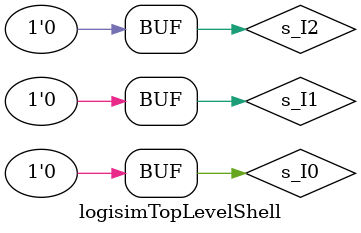
<source format=v>
/******************************************************************************
 ** Logisim-evolution goes FPGA automatic generated Verilog code             **
 ** https://github.com/logisim-evolution/                                    **
 **                                                                          **
 ** Component : logisimTopLevelShell                                         **
 **                                                                          **
 *****************************************************************************/

module logisimTopLevelShell(  );

   /*******************************************************************************
   ** The wires are defined here                                                 **
   *******************************************************************************/
   wire s_I0;
   wire s_I1;
   wire s_I2;
   wire s_O;

   /*******************************************************************************
   ** The module functionality is described here                                 **
   *******************************************************************************/

   /*******************************************************************************
   ** All signal adaptations are performed here                                  **
   *******************************************************************************/
   assign s_I0 = 1'b0;
   assign s_I1 = 1'b0;
   assign s_I2 = 1'b0;

   /*******************************************************************************
   ** The toplevel component is connected here                                   **
   *******************************************************************************/
   main   CIRCUIT_0 (.I0(s_I0),
                     .I1(s_I1),
                     .I2(s_I2),
                     .O(s_O));
endmodule

</source>
